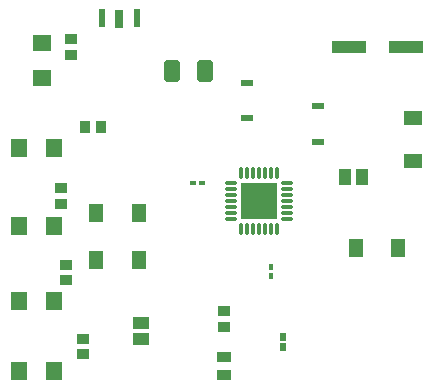
<source format=gtp>
G04*
G04 #@! TF.GenerationSoftware,Altium Limited,CircuitMaker,2.0.3 (2.0.3.51)*
G04*
G04 Layer_Color=7318015*
%FSLAX44Y44*%
%MOMM*%
G71*
G04*
G04 #@! TF.SameCoordinates,C755FB8A-FCE8-4539-82F2-BEB76C1F17A2*
G04*
G04*
G04 #@! TF.FilePolarity,Positive*
G04*
G01*
G75*
%ADD15R,0.6000X0.6500*%
%ADD16R,0.6000X1.6000*%
%ADD17R,0.7000X1.5000*%
%ADD18R,1.0000X0.9000*%
%ADD19R,0.9000X1.0000*%
%ADD20R,2.9718X1.0160*%
%ADD21R,3.1500X3.1500*%
%ADD22O,0.3000X1.1500*%
%ADD23O,1.1500X0.3000*%
%ADD24R,1.4000X1.5000*%
%ADD25R,0.5000X0.4500*%
%ADD26R,1.2000X1.6000*%
%ADD27R,1.5000X1.4000*%
G04:AMPARAMS|DCode=28|XSize=1.8mm|YSize=1.3mm|CornerRadius=0.13mm|HoleSize=0mm|Usage=FLASHONLY|Rotation=270.000|XOffset=0mm|YOffset=0mm|HoleType=Round|Shape=RoundedRectangle|*
%AMROUNDEDRECTD28*
21,1,1.8000,1.0400,0,0,270.0*
21,1,1.5400,1.3000,0,0,270.0*
1,1,0.2600,-0.5200,-0.7700*
1,1,0.2600,-0.5200,0.7700*
1,1,0.2600,0.5200,0.7700*
1,1,0.2600,0.5200,-0.7700*
%
%ADD28ROUNDEDRECTD28*%
%ADD29R,1.0000X0.6000*%
%ADD30R,1.6000X1.2000*%
%ADD31R,1.1000X1.3500*%
%ADD32R,1.3000X0.9000*%
%ADD33R,0.4500X0.5000*%
%ADD34R,1.3500X1.1000*%
D15*
X789940Y784538D02*
D03*
Y776038D02*
D03*
D16*
X636764Y1054618D02*
D03*
X666764D02*
D03*
D17*
X651764Y1054118D02*
D03*
D18*
X620776Y769978D02*
D03*
Y782978D02*
D03*
X606552Y832970D02*
D03*
Y845970D02*
D03*
X602234Y897486D02*
D03*
Y910486D02*
D03*
X611124Y1036724D02*
D03*
Y1023724D02*
D03*
X740000Y793500D02*
D03*
Y806500D02*
D03*
D19*
X622992Y962914D02*
D03*
X635992D02*
D03*
D20*
X845935Y1030000D02*
D03*
X894065D02*
D03*
D21*
X770000Y900000D02*
D03*
D22*
X755000Y924000D02*
D03*
X760000D02*
D03*
X765000D02*
D03*
X770000D02*
D03*
X775000D02*
D03*
X780000D02*
D03*
X785000D02*
D03*
Y876000D02*
D03*
X780000D02*
D03*
X775000D02*
D03*
X770000D02*
D03*
X765000D02*
D03*
X760000D02*
D03*
X755000D02*
D03*
D23*
X794000Y915000D02*
D03*
Y910000D02*
D03*
Y905000D02*
D03*
Y900000D02*
D03*
Y895000D02*
D03*
Y890000D02*
D03*
Y885000D02*
D03*
X746000D02*
D03*
Y890000D02*
D03*
Y895000D02*
D03*
Y900000D02*
D03*
Y905000D02*
D03*
Y910000D02*
D03*
Y915000D02*
D03*
D24*
X596660Y756158D02*
D03*
X566660D02*
D03*
X596660Y944880D02*
D03*
X566660D02*
D03*
X596406Y815086D02*
D03*
X566406D02*
D03*
X596660Y878840D02*
D03*
X566660D02*
D03*
D25*
X713800Y915162D02*
D03*
X721300D02*
D03*
D26*
X632000Y850000D02*
D03*
X668000D02*
D03*
Y890000D02*
D03*
X632000D02*
D03*
X888000Y860000D02*
D03*
X852000D02*
D03*
D27*
X586232Y1034048D02*
D03*
Y1004048D02*
D03*
D28*
X696000Y1010000D02*
D03*
X724000D02*
D03*
D29*
X760000Y1000000D02*
D03*
Y970000D02*
D03*
X820000Y980000D02*
D03*
Y950000D02*
D03*
D30*
X900000Y934000D02*
D03*
Y970000D02*
D03*
D31*
X857000Y920000D02*
D03*
X843000D02*
D03*
D32*
X740000Y767750D02*
D03*
Y752250D02*
D03*
D33*
X780034Y844236D02*
D03*
Y836736D02*
D03*
D34*
X670000Y797000D02*
D03*
Y783000D02*
D03*
M02*

</source>
